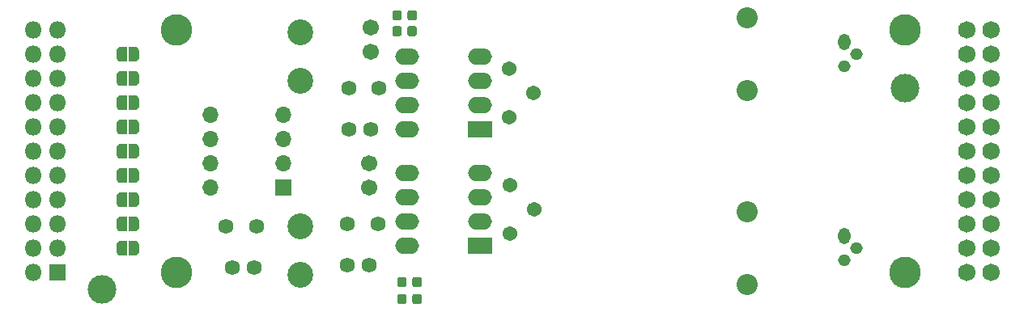
<source format=gbr>
G04 #@! TF.GenerationSoftware,KiCad,Pcbnew,(5.1.5)-3*
G04 #@! TF.CreationDate,2020-09-11T13:24:27-05:00*
G04 #@! TF.ProjectId,optical_digitizer,6f707469-6361-46c5-9f64-69676974697a,4.1*
G04 #@! TF.SameCoordinates,Original*
G04 #@! TF.FileFunction,Soldermask,Top*
G04 #@! TF.FilePolarity,Negative*
%FSLAX46Y46*%
G04 Gerber Fmt 4.6, Leading zero omitted, Abs format (unit mm)*
G04 Created by KiCad (PCBNEW (5.1.5)-3) date 2020-09-11 13:24:27*
%MOMM*%
%LPD*%
G04 APERTURE LIST*
%ADD10C,0.100000*%
%ADD11C,1.741600*%
%ADD12C,1.586600*%
%ADD13C,1.701600*%
%ADD14O,1.301600X1.301600*%
%ADD15O,1.301600X1.701600*%
%ADD16C,2.201600*%
%ADD17C,3.301600*%
%ADD18O,1.801600X1.801600*%
%ADD19R,1.801600X1.801600*%
%ADD20C,1.541600*%
%ADD21C,2.701600*%
%ADD22O,1.701600X1.701600*%
%ADD23R,1.701600X1.701600*%
%ADD24R,2.501600X1.701600*%
%ADD25O,2.501600X1.701600*%
%ADD26C,3.000000*%
G04 APERTURE END LIST*
D10*
X181338500Y-123190000D02*
G75*
G03X181338500Y-123190000I-871000J0D01*
G01*
X178798500Y-123190000D02*
G75*
G03X178798500Y-123190000I-871000J0D01*
G01*
X181338500Y-125730000D02*
G75*
G03X181338500Y-125730000I-871000J0D01*
G01*
X178798500Y-125730000D02*
G75*
G03X178798500Y-125730000I-871000J0D01*
G01*
X181338500Y-128270000D02*
G75*
G03X181338500Y-128270000I-871000J0D01*
G01*
X178798500Y-128270000D02*
G75*
G03X178798500Y-128270000I-871000J0D01*
G01*
X181338500Y-130810000D02*
G75*
G03X181338500Y-130810000I-871000J0D01*
G01*
X178798500Y-130810000D02*
G75*
G03X178798500Y-130810000I-871000J0D01*
G01*
X181338500Y-133350000D02*
G75*
G03X181338500Y-133350000I-871000J0D01*
G01*
X178798500Y-133350000D02*
G75*
G03X178798500Y-133350000I-871000J0D01*
G01*
X181338500Y-135890000D02*
G75*
G03X181338500Y-135890000I-871000J0D01*
G01*
X178798500Y-135890000D02*
G75*
G03X178798500Y-135890000I-871000J0D01*
G01*
X181338500Y-138430000D02*
G75*
G03X181338500Y-138430000I-871000J0D01*
G01*
X178798500Y-138430000D02*
G75*
G03X178798500Y-138430000I-871000J0D01*
G01*
X181338500Y-140970000D02*
G75*
G03X181338500Y-140970000I-871000J0D01*
G01*
X178798500Y-140970000D02*
G75*
G03X178798500Y-140970000I-871000J0D01*
G01*
X181338500Y-143510000D02*
G75*
G03X181338500Y-143510000I-871000J0D01*
G01*
X178798500Y-143510000D02*
G75*
G03X178798500Y-143510000I-871000J0D01*
G01*
X181338500Y-146050000D02*
G75*
G03X181338500Y-146050000I-871000J0D01*
G01*
X178798500Y-146050000D02*
G75*
G03X178798500Y-146050000I-871000J0D01*
G01*
X181338500Y-148590000D02*
G75*
G03X181338500Y-148590000I-871000J0D01*
G01*
X178798500Y-148590000D02*
G75*
G03X178798500Y-148590000I-871000J0D01*
G01*
D11*
X180467500Y-123190000D03*
X177927500Y-123190000D03*
X180467500Y-125730000D03*
X177927500Y-125730000D03*
X180467500Y-128270000D03*
X177927500Y-128270000D03*
X180467500Y-130810000D03*
X177927500Y-130810000D03*
X180467500Y-133350000D03*
X177927500Y-133350000D03*
X180467500Y-135890000D03*
X177927500Y-135890000D03*
X180467500Y-138430000D03*
X177927500Y-138430000D03*
X180467500Y-140970000D03*
X177927500Y-140970000D03*
X180467500Y-143510000D03*
X177927500Y-143510000D03*
X180467500Y-146050000D03*
X177927500Y-146050000D03*
X180467500Y-148590000D03*
X177927500Y-148590000D03*
D12*
X115570000Y-133604000D03*
X113284000Y-133604000D03*
X113284000Y-129286000D03*
X116459000Y-129286000D03*
X113157000Y-147828000D03*
X115443000Y-147828000D03*
X116332000Y-143546001D03*
X113157000Y-143546001D03*
D13*
X115570000Y-125476000D03*
X115570000Y-122976000D03*
X115443000Y-137200000D03*
X115443000Y-139700000D03*
D12*
X103378000Y-148082000D03*
X101092000Y-148082000D03*
X103632000Y-143764000D03*
X100457000Y-143764000D03*
D14*
X165100000Y-127000000D03*
X166370000Y-125730000D03*
D15*
X165100000Y-124460000D03*
D16*
X154940000Y-121920000D03*
X154940000Y-129540000D03*
X154940000Y-149860000D03*
X154940000Y-142240000D03*
D15*
X165100000Y-144780000D03*
D14*
X166370000Y-146050000D03*
X165100000Y-147320000D03*
D17*
X95250000Y-123190000D03*
X171450000Y-123190000D03*
X171450000Y-148590000D03*
X95250000Y-148590000D03*
D18*
X80264000Y-123190000D03*
X82804000Y-123190000D03*
X80264000Y-125730000D03*
X82804000Y-125730000D03*
X80264000Y-128270000D03*
X82804000Y-128270000D03*
X80264000Y-130810000D03*
X82804000Y-130810000D03*
X80264000Y-133350000D03*
X82804000Y-133350000D03*
X80264000Y-135890000D03*
X82804000Y-135890000D03*
X80264000Y-138430000D03*
X82804000Y-138430000D03*
X80264000Y-140970000D03*
X82804000Y-140970000D03*
X80264000Y-143510000D03*
X82804000Y-143510000D03*
X80264000Y-146050000D03*
X82804000Y-146050000D03*
X80264000Y-148590000D03*
D19*
X82804000Y-148590000D03*
D10*
G36*
X89513887Y-146850198D02*
G01*
X89495466Y-146850198D01*
X89490486Y-146849953D01*
X89441655Y-146845143D01*
X89436725Y-146844412D01*
X89388600Y-146834840D01*
X89383763Y-146833628D01*
X89336808Y-146819384D01*
X89332115Y-146817705D01*
X89286782Y-146798928D01*
X89282274Y-146796796D01*
X89239001Y-146773665D01*
X89234727Y-146771103D01*
X89193928Y-146743843D01*
X89189923Y-146740873D01*
X89151994Y-146709745D01*
X89148300Y-146706397D01*
X89113603Y-146671700D01*
X89110255Y-146668006D01*
X89079127Y-146630077D01*
X89076157Y-146626072D01*
X89048897Y-146585273D01*
X89046335Y-146580999D01*
X89023204Y-146537726D01*
X89021072Y-146533218D01*
X89002295Y-146487885D01*
X89000616Y-146483192D01*
X88986372Y-146436237D01*
X88985160Y-146431400D01*
X88975588Y-146383275D01*
X88974857Y-146378345D01*
X88970047Y-146329514D01*
X88969802Y-146324534D01*
X88969802Y-146306113D01*
X88969200Y-146300000D01*
X88969200Y-145800000D01*
X88969802Y-145793887D01*
X88969802Y-145775466D01*
X88970047Y-145770486D01*
X88974857Y-145721655D01*
X88975588Y-145716725D01*
X88985160Y-145668600D01*
X88986372Y-145663763D01*
X89000616Y-145616808D01*
X89002295Y-145612115D01*
X89021072Y-145566782D01*
X89023204Y-145562274D01*
X89046335Y-145519001D01*
X89048897Y-145514727D01*
X89076157Y-145473928D01*
X89079127Y-145469923D01*
X89110255Y-145431994D01*
X89113603Y-145428300D01*
X89148300Y-145393603D01*
X89151994Y-145390255D01*
X89189923Y-145359127D01*
X89193928Y-145356157D01*
X89234727Y-145328897D01*
X89239001Y-145326335D01*
X89282274Y-145303204D01*
X89286782Y-145301072D01*
X89332115Y-145282295D01*
X89336808Y-145280616D01*
X89383763Y-145266372D01*
X89388600Y-145265160D01*
X89436725Y-145255588D01*
X89441655Y-145254857D01*
X89490486Y-145250047D01*
X89495466Y-145249802D01*
X89513887Y-145249802D01*
X89520000Y-145249200D01*
X90020000Y-145249200D01*
X90029911Y-145250176D01*
X90039440Y-145253067D01*
X90048223Y-145257761D01*
X90055921Y-145264079D01*
X90062239Y-145271777D01*
X90066933Y-145280560D01*
X90069824Y-145290089D01*
X90070800Y-145300000D01*
X90070800Y-146800000D01*
X90069824Y-146809911D01*
X90066933Y-146819440D01*
X90062239Y-146828223D01*
X90055921Y-146835921D01*
X90048223Y-146842239D01*
X90039440Y-146846933D01*
X90029911Y-146849824D01*
X90020000Y-146850800D01*
X89520000Y-146850800D01*
X89513887Y-146850198D01*
G37*
G36*
X90310089Y-146849824D02*
G01*
X90300560Y-146846933D01*
X90291777Y-146842239D01*
X90284079Y-146835921D01*
X90277761Y-146828223D01*
X90273067Y-146819440D01*
X90270176Y-146809911D01*
X90269200Y-146800000D01*
X90269200Y-145300000D01*
X90270176Y-145290089D01*
X90273067Y-145280560D01*
X90277761Y-145271777D01*
X90284079Y-145264079D01*
X90291777Y-145257761D01*
X90300560Y-145253067D01*
X90310089Y-145250176D01*
X90320000Y-145249200D01*
X90820000Y-145249200D01*
X90826113Y-145249802D01*
X90844534Y-145249802D01*
X90849514Y-145250047D01*
X90898345Y-145254857D01*
X90903275Y-145255588D01*
X90951400Y-145265160D01*
X90956237Y-145266372D01*
X91003192Y-145280616D01*
X91007885Y-145282295D01*
X91053218Y-145301072D01*
X91057726Y-145303204D01*
X91100999Y-145326335D01*
X91105273Y-145328897D01*
X91146072Y-145356157D01*
X91150077Y-145359127D01*
X91188006Y-145390255D01*
X91191700Y-145393603D01*
X91226397Y-145428300D01*
X91229745Y-145431994D01*
X91260873Y-145469923D01*
X91263843Y-145473928D01*
X91291103Y-145514727D01*
X91293665Y-145519001D01*
X91316796Y-145562274D01*
X91318928Y-145566782D01*
X91337705Y-145612115D01*
X91339384Y-145616808D01*
X91353628Y-145663763D01*
X91354840Y-145668600D01*
X91364412Y-145716725D01*
X91365143Y-145721655D01*
X91369953Y-145770486D01*
X91370198Y-145775466D01*
X91370198Y-145793887D01*
X91370800Y-145800000D01*
X91370800Y-146300000D01*
X91370198Y-146306113D01*
X91370198Y-146324534D01*
X91369953Y-146329514D01*
X91365143Y-146378345D01*
X91364412Y-146383275D01*
X91354840Y-146431400D01*
X91353628Y-146436237D01*
X91339384Y-146483192D01*
X91337705Y-146487885D01*
X91318928Y-146533218D01*
X91316796Y-146537726D01*
X91293665Y-146580999D01*
X91291103Y-146585273D01*
X91263843Y-146626072D01*
X91260873Y-146630077D01*
X91229745Y-146668006D01*
X91226397Y-146671700D01*
X91191700Y-146706397D01*
X91188006Y-146709745D01*
X91150077Y-146740873D01*
X91146072Y-146743843D01*
X91105273Y-146771103D01*
X91100999Y-146773665D01*
X91057726Y-146796796D01*
X91053218Y-146798928D01*
X91007885Y-146817705D01*
X91003192Y-146819384D01*
X90956237Y-146833628D01*
X90951400Y-146834840D01*
X90903275Y-146844412D01*
X90898345Y-146845143D01*
X90849514Y-146849953D01*
X90844534Y-146850198D01*
X90826113Y-146850198D01*
X90820000Y-146850800D01*
X90320000Y-146850800D01*
X90310089Y-146849824D01*
G37*
G36*
X90310089Y-144309824D02*
G01*
X90300560Y-144306933D01*
X90291777Y-144302239D01*
X90284079Y-144295921D01*
X90277761Y-144288223D01*
X90273067Y-144279440D01*
X90270176Y-144269911D01*
X90269200Y-144260000D01*
X90269200Y-142760000D01*
X90270176Y-142750089D01*
X90273067Y-142740560D01*
X90277761Y-142731777D01*
X90284079Y-142724079D01*
X90291777Y-142717761D01*
X90300560Y-142713067D01*
X90310089Y-142710176D01*
X90320000Y-142709200D01*
X90820000Y-142709200D01*
X90826113Y-142709802D01*
X90844534Y-142709802D01*
X90849514Y-142710047D01*
X90898345Y-142714857D01*
X90903275Y-142715588D01*
X90951400Y-142725160D01*
X90956237Y-142726372D01*
X91003192Y-142740616D01*
X91007885Y-142742295D01*
X91053218Y-142761072D01*
X91057726Y-142763204D01*
X91100999Y-142786335D01*
X91105273Y-142788897D01*
X91146072Y-142816157D01*
X91150077Y-142819127D01*
X91188006Y-142850255D01*
X91191700Y-142853603D01*
X91226397Y-142888300D01*
X91229745Y-142891994D01*
X91260873Y-142929923D01*
X91263843Y-142933928D01*
X91291103Y-142974727D01*
X91293665Y-142979001D01*
X91316796Y-143022274D01*
X91318928Y-143026782D01*
X91337705Y-143072115D01*
X91339384Y-143076808D01*
X91353628Y-143123763D01*
X91354840Y-143128600D01*
X91364412Y-143176725D01*
X91365143Y-143181655D01*
X91369953Y-143230486D01*
X91370198Y-143235466D01*
X91370198Y-143253887D01*
X91370800Y-143260000D01*
X91370800Y-143760000D01*
X91370198Y-143766113D01*
X91370198Y-143784534D01*
X91369953Y-143789514D01*
X91365143Y-143838345D01*
X91364412Y-143843275D01*
X91354840Y-143891400D01*
X91353628Y-143896237D01*
X91339384Y-143943192D01*
X91337705Y-143947885D01*
X91318928Y-143993218D01*
X91316796Y-143997726D01*
X91293665Y-144040999D01*
X91291103Y-144045273D01*
X91263843Y-144086072D01*
X91260873Y-144090077D01*
X91229745Y-144128006D01*
X91226397Y-144131700D01*
X91191700Y-144166397D01*
X91188006Y-144169745D01*
X91150077Y-144200873D01*
X91146072Y-144203843D01*
X91105273Y-144231103D01*
X91100999Y-144233665D01*
X91057726Y-144256796D01*
X91053218Y-144258928D01*
X91007885Y-144277705D01*
X91003192Y-144279384D01*
X90956237Y-144293628D01*
X90951400Y-144294840D01*
X90903275Y-144304412D01*
X90898345Y-144305143D01*
X90849514Y-144309953D01*
X90844534Y-144310198D01*
X90826113Y-144310198D01*
X90820000Y-144310800D01*
X90320000Y-144310800D01*
X90310089Y-144309824D01*
G37*
G36*
X89513887Y-144310198D02*
G01*
X89495466Y-144310198D01*
X89490486Y-144309953D01*
X89441655Y-144305143D01*
X89436725Y-144304412D01*
X89388600Y-144294840D01*
X89383763Y-144293628D01*
X89336808Y-144279384D01*
X89332115Y-144277705D01*
X89286782Y-144258928D01*
X89282274Y-144256796D01*
X89239001Y-144233665D01*
X89234727Y-144231103D01*
X89193928Y-144203843D01*
X89189923Y-144200873D01*
X89151994Y-144169745D01*
X89148300Y-144166397D01*
X89113603Y-144131700D01*
X89110255Y-144128006D01*
X89079127Y-144090077D01*
X89076157Y-144086072D01*
X89048897Y-144045273D01*
X89046335Y-144040999D01*
X89023204Y-143997726D01*
X89021072Y-143993218D01*
X89002295Y-143947885D01*
X89000616Y-143943192D01*
X88986372Y-143896237D01*
X88985160Y-143891400D01*
X88975588Y-143843275D01*
X88974857Y-143838345D01*
X88970047Y-143789514D01*
X88969802Y-143784534D01*
X88969802Y-143766113D01*
X88969200Y-143760000D01*
X88969200Y-143260000D01*
X88969802Y-143253887D01*
X88969802Y-143235466D01*
X88970047Y-143230486D01*
X88974857Y-143181655D01*
X88975588Y-143176725D01*
X88985160Y-143128600D01*
X88986372Y-143123763D01*
X89000616Y-143076808D01*
X89002295Y-143072115D01*
X89021072Y-143026782D01*
X89023204Y-143022274D01*
X89046335Y-142979001D01*
X89048897Y-142974727D01*
X89076157Y-142933928D01*
X89079127Y-142929923D01*
X89110255Y-142891994D01*
X89113603Y-142888300D01*
X89148300Y-142853603D01*
X89151994Y-142850255D01*
X89189923Y-142819127D01*
X89193928Y-142816157D01*
X89234727Y-142788897D01*
X89239001Y-142786335D01*
X89282274Y-142763204D01*
X89286782Y-142761072D01*
X89332115Y-142742295D01*
X89336808Y-142740616D01*
X89383763Y-142726372D01*
X89388600Y-142725160D01*
X89436725Y-142715588D01*
X89441655Y-142714857D01*
X89490486Y-142710047D01*
X89495466Y-142709802D01*
X89513887Y-142709802D01*
X89520000Y-142709200D01*
X90020000Y-142709200D01*
X90029911Y-142710176D01*
X90039440Y-142713067D01*
X90048223Y-142717761D01*
X90055921Y-142724079D01*
X90062239Y-142731777D01*
X90066933Y-142740560D01*
X90069824Y-142750089D01*
X90070800Y-142760000D01*
X90070800Y-144260000D01*
X90069824Y-144269911D01*
X90066933Y-144279440D01*
X90062239Y-144288223D01*
X90055921Y-144295921D01*
X90048223Y-144302239D01*
X90039440Y-144306933D01*
X90029911Y-144309824D01*
X90020000Y-144310800D01*
X89520000Y-144310800D01*
X89513887Y-144310198D01*
G37*
G36*
X89513887Y-141770198D02*
G01*
X89495466Y-141770198D01*
X89490486Y-141769953D01*
X89441655Y-141765143D01*
X89436725Y-141764412D01*
X89388600Y-141754840D01*
X89383763Y-141753628D01*
X89336808Y-141739384D01*
X89332115Y-141737705D01*
X89286782Y-141718928D01*
X89282274Y-141716796D01*
X89239001Y-141693665D01*
X89234727Y-141691103D01*
X89193928Y-141663843D01*
X89189923Y-141660873D01*
X89151994Y-141629745D01*
X89148300Y-141626397D01*
X89113603Y-141591700D01*
X89110255Y-141588006D01*
X89079127Y-141550077D01*
X89076157Y-141546072D01*
X89048897Y-141505273D01*
X89046335Y-141500999D01*
X89023204Y-141457726D01*
X89021072Y-141453218D01*
X89002295Y-141407885D01*
X89000616Y-141403192D01*
X88986372Y-141356237D01*
X88985160Y-141351400D01*
X88975588Y-141303275D01*
X88974857Y-141298345D01*
X88970047Y-141249514D01*
X88969802Y-141244534D01*
X88969802Y-141226113D01*
X88969200Y-141220000D01*
X88969200Y-140720000D01*
X88969802Y-140713887D01*
X88969802Y-140695466D01*
X88970047Y-140690486D01*
X88974857Y-140641655D01*
X88975588Y-140636725D01*
X88985160Y-140588600D01*
X88986372Y-140583763D01*
X89000616Y-140536808D01*
X89002295Y-140532115D01*
X89021072Y-140486782D01*
X89023204Y-140482274D01*
X89046335Y-140439001D01*
X89048897Y-140434727D01*
X89076157Y-140393928D01*
X89079127Y-140389923D01*
X89110255Y-140351994D01*
X89113603Y-140348300D01*
X89148300Y-140313603D01*
X89151994Y-140310255D01*
X89189923Y-140279127D01*
X89193928Y-140276157D01*
X89234727Y-140248897D01*
X89239001Y-140246335D01*
X89282274Y-140223204D01*
X89286782Y-140221072D01*
X89332115Y-140202295D01*
X89336808Y-140200616D01*
X89383763Y-140186372D01*
X89388600Y-140185160D01*
X89436725Y-140175588D01*
X89441655Y-140174857D01*
X89490486Y-140170047D01*
X89495466Y-140169802D01*
X89513887Y-140169802D01*
X89520000Y-140169200D01*
X90020000Y-140169200D01*
X90029911Y-140170176D01*
X90039440Y-140173067D01*
X90048223Y-140177761D01*
X90055921Y-140184079D01*
X90062239Y-140191777D01*
X90066933Y-140200560D01*
X90069824Y-140210089D01*
X90070800Y-140220000D01*
X90070800Y-141720000D01*
X90069824Y-141729911D01*
X90066933Y-141739440D01*
X90062239Y-141748223D01*
X90055921Y-141755921D01*
X90048223Y-141762239D01*
X90039440Y-141766933D01*
X90029911Y-141769824D01*
X90020000Y-141770800D01*
X89520000Y-141770800D01*
X89513887Y-141770198D01*
G37*
G36*
X90310089Y-141769824D02*
G01*
X90300560Y-141766933D01*
X90291777Y-141762239D01*
X90284079Y-141755921D01*
X90277761Y-141748223D01*
X90273067Y-141739440D01*
X90270176Y-141729911D01*
X90269200Y-141720000D01*
X90269200Y-140220000D01*
X90270176Y-140210089D01*
X90273067Y-140200560D01*
X90277761Y-140191777D01*
X90284079Y-140184079D01*
X90291777Y-140177761D01*
X90300560Y-140173067D01*
X90310089Y-140170176D01*
X90320000Y-140169200D01*
X90820000Y-140169200D01*
X90826113Y-140169802D01*
X90844534Y-140169802D01*
X90849514Y-140170047D01*
X90898345Y-140174857D01*
X90903275Y-140175588D01*
X90951400Y-140185160D01*
X90956237Y-140186372D01*
X91003192Y-140200616D01*
X91007885Y-140202295D01*
X91053218Y-140221072D01*
X91057726Y-140223204D01*
X91100999Y-140246335D01*
X91105273Y-140248897D01*
X91146072Y-140276157D01*
X91150077Y-140279127D01*
X91188006Y-140310255D01*
X91191700Y-140313603D01*
X91226397Y-140348300D01*
X91229745Y-140351994D01*
X91260873Y-140389923D01*
X91263843Y-140393928D01*
X91291103Y-140434727D01*
X91293665Y-140439001D01*
X91316796Y-140482274D01*
X91318928Y-140486782D01*
X91337705Y-140532115D01*
X91339384Y-140536808D01*
X91353628Y-140583763D01*
X91354840Y-140588600D01*
X91364412Y-140636725D01*
X91365143Y-140641655D01*
X91369953Y-140690486D01*
X91370198Y-140695466D01*
X91370198Y-140713887D01*
X91370800Y-140720000D01*
X91370800Y-141220000D01*
X91370198Y-141226113D01*
X91370198Y-141244534D01*
X91369953Y-141249514D01*
X91365143Y-141298345D01*
X91364412Y-141303275D01*
X91354840Y-141351400D01*
X91353628Y-141356237D01*
X91339384Y-141403192D01*
X91337705Y-141407885D01*
X91318928Y-141453218D01*
X91316796Y-141457726D01*
X91293665Y-141500999D01*
X91291103Y-141505273D01*
X91263843Y-141546072D01*
X91260873Y-141550077D01*
X91229745Y-141588006D01*
X91226397Y-141591700D01*
X91191700Y-141626397D01*
X91188006Y-141629745D01*
X91150077Y-141660873D01*
X91146072Y-141663843D01*
X91105273Y-141691103D01*
X91100999Y-141693665D01*
X91057726Y-141716796D01*
X91053218Y-141718928D01*
X91007885Y-141737705D01*
X91003192Y-141739384D01*
X90956237Y-141753628D01*
X90951400Y-141754840D01*
X90903275Y-141764412D01*
X90898345Y-141765143D01*
X90849514Y-141769953D01*
X90844534Y-141770198D01*
X90826113Y-141770198D01*
X90820000Y-141770800D01*
X90320000Y-141770800D01*
X90310089Y-141769824D01*
G37*
G36*
X90310089Y-139229824D02*
G01*
X90300560Y-139226933D01*
X90291777Y-139222239D01*
X90284079Y-139215921D01*
X90277761Y-139208223D01*
X90273067Y-139199440D01*
X90270176Y-139189911D01*
X90269200Y-139180000D01*
X90269200Y-137680000D01*
X90270176Y-137670089D01*
X90273067Y-137660560D01*
X90277761Y-137651777D01*
X90284079Y-137644079D01*
X90291777Y-137637761D01*
X90300560Y-137633067D01*
X90310089Y-137630176D01*
X90320000Y-137629200D01*
X90820000Y-137629200D01*
X90826113Y-137629802D01*
X90844534Y-137629802D01*
X90849514Y-137630047D01*
X90898345Y-137634857D01*
X90903275Y-137635588D01*
X90951400Y-137645160D01*
X90956237Y-137646372D01*
X91003192Y-137660616D01*
X91007885Y-137662295D01*
X91053218Y-137681072D01*
X91057726Y-137683204D01*
X91100999Y-137706335D01*
X91105273Y-137708897D01*
X91146072Y-137736157D01*
X91150077Y-137739127D01*
X91188006Y-137770255D01*
X91191700Y-137773603D01*
X91226397Y-137808300D01*
X91229745Y-137811994D01*
X91260873Y-137849923D01*
X91263843Y-137853928D01*
X91291103Y-137894727D01*
X91293665Y-137899001D01*
X91316796Y-137942274D01*
X91318928Y-137946782D01*
X91337705Y-137992115D01*
X91339384Y-137996808D01*
X91353628Y-138043763D01*
X91354840Y-138048600D01*
X91364412Y-138096725D01*
X91365143Y-138101655D01*
X91369953Y-138150486D01*
X91370198Y-138155466D01*
X91370198Y-138173887D01*
X91370800Y-138180000D01*
X91370800Y-138680000D01*
X91370198Y-138686113D01*
X91370198Y-138704534D01*
X91369953Y-138709514D01*
X91365143Y-138758345D01*
X91364412Y-138763275D01*
X91354840Y-138811400D01*
X91353628Y-138816237D01*
X91339384Y-138863192D01*
X91337705Y-138867885D01*
X91318928Y-138913218D01*
X91316796Y-138917726D01*
X91293665Y-138960999D01*
X91291103Y-138965273D01*
X91263843Y-139006072D01*
X91260873Y-139010077D01*
X91229745Y-139048006D01*
X91226397Y-139051700D01*
X91191700Y-139086397D01*
X91188006Y-139089745D01*
X91150077Y-139120873D01*
X91146072Y-139123843D01*
X91105273Y-139151103D01*
X91100999Y-139153665D01*
X91057726Y-139176796D01*
X91053218Y-139178928D01*
X91007885Y-139197705D01*
X91003192Y-139199384D01*
X90956237Y-139213628D01*
X90951400Y-139214840D01*
X90903275Y-139224412D01*
X90898345Y-139225143D01*
X90849514Y-139229953D01*
X90844534Y-139230198D01*
X90826113Y-139230198D01*
X90820000Y-139230800D01*
X90320000Y-139230800D01*
X90310089Y-139229824D01*
G37*
G36*
X89513887Y-139230198D02*
G01*
X89495466Y-139230198D01*
X89490486Y-139229953D01*
X89441655Y-139225143D01*
X89436725Y-139224412D01*
X89388600Y-139214840D01*
X89383763Y-139213628D01*
X89336808Y-139199384D01*
X89332115Y-139197705D01*
X89286782Y-139178928D01*
X89282274Y-139176796D01*
X89239001Y-139153665D01*
X89234727Y-139151103D01*
X89193928Y-139123843D01*
X89189923Y-139120873D01*
X89151994Y-139089745D01*
X89148300Y-139086397D01*
X89113603Y-139051700D01*
X89110255Y-139048006D01*
X89079127Y-139010077D01*
X89076157Y-139006072D01*
X89048897Y-138965273D01*
X89046335Y-138960999D01*
X89023204Y-138917726D01*
X89021072Y-138913218D01*
X89002295Y-138867885D01*
X89000616Y-138863192D01*
X88986372Y-138816237D01*
X88985160Y-138811400D01*
X88975588Y-138763275D01*
X88974857Y-138758345D01*
X88970047Y-138709514D01*
X88969802Y-138704534D01*
X88969802Y-138686113D01*
X88969200Y-138680000D01*
X88969200Y-138180000D01*
X88969802Y-138173887D01*
X88969802Y-138155466D01*
X88970047Y-138150486D01*
X88974857Y-138101655D01*
X88975588Y-138096725D01*
X88985160Y-138048600D01*
X88986372Y-138043763D01*
X89000616Y-137996808D01*
X89002295Y-137992115D01*
X89021072Y-137946782D01*
X89023204Y-137942274D01*
X89046335Y-137899001D01*
X89048897Y-137894727D01*
X89076157Y-137853928D01*
X89079127Y-137849923D01*
X89110255Y-137811994D01*
X89113603Y-137808300D01*
X89148300Y-137773603D01*
X89151994Y-137770255D01*
X89189923Y-137739127D01*
X89193928Y-137736157D01*
X89234727Y-137708897D01*
X89239001Y-137706335D01*
X89282274Y-137683204D01*
X89286782Y-137681072D01*
X89332115Y-137662295D01*
X89336808Y-137660616D01*
X89383763Y-137646372D01*
X89388600Y-137645160D01*
X89436725Y-137635588D01*
X89441655Y-137634857D01*
X89490486Y-137630047D01*
X89495466Y-137629802D01*
X89513887Y-137629802D01*
X89520000Y-137629200D01*
X90020000Y-137629200D01*
X90029911Y-137630176D01*
X90039440Y-137633067D01*
X90048223Y-137637761D01*
X90055921Y-137644079D01*
X90062239Y-137651777D01*
X90066933Y-137660560D01*
X90069824Y-137670089D01*
X90070800Y-137680000D01*
X90070800Y-139180000D01*
X90069824Y-139189911D01*
X90066933Y-139199440D01*
X90062239Y-139208223D01*
X90055921Y-139215921D01*
X90048223Y-139222239D01*
X90039440Y-139226933D01*
X90029911Y-139229824D01*
X90020000Y-139230800D01*
X89520000Y-139230800D01*
X89513887Y-139230198D01*
G37*
G36*
X89513887Y-136690198D02*
G01*
X89495466Y-136690198D01*
X89490486Y-136689953D01*
X89441655Y-136685143D01*
X89436725Y-136684412D01*
X89388600Y-136674840D01*
X89383763Y-136673628D01*
X89336808Y-136659384D01*
X89332115Y-136657705D01*
X89286782Y-136638928D01*
X89282274Y-136636796D01*
X89239001Y-136613665D01*
X89234727Y-136611103D01*
X89193928Y-136583843D01*
X89189923Y-136580873D01*
X89151994Y-136549745D01*
X89148300Y-136546397D01*
X89113603Y-136511700D01*
X89110255Y-136508006D01*
X89079127Y-136470077D01*
X89076157Y-136466072D01*
X89048897Y-136425273D01*
X89046335Y-136420999D01*
X89023204Y-136377726D01*
X89021072Y-136373218D01*
X89002295Y-136327885D01*
X89000616Y-136323192D01*
X88986372Y-136276237D01*
X88985160Y-136271400D01*
X88975588Y-136223275D01*
X88974857Y-136218345D01*
X88970047Y-136169514D01*
X88969802Y-136164534D01*
X88969802Y-136146113D01*
X88969200Y-136140000D01*
X88969200Y-135640000D01*
X88969802Y-135633887D01*
X88969802Y-135615466D01*
X88970047Y-135610486D01*
X88974857Y-135561655D01*
X88975588Y-135556725D01*
X88985160Y-135508600D01*
X88986372Y-135503763D01*
X89000616Y-135456808D01*
X89002295Y-135452115D01*
X89021072Y-135406782D01*
X89023204Y-135402274D01*
X89046335Y-135359001D01*
X89048897Y-135354727D01*
X89076157Y-135313928D01*
X89079127Y-135309923D01*
X89110255Y-135271994D01*
X89113603Y-135268300D01*
X89148300Y-135233603D01*
X89151994Y-135230255D01*
X89189923Y-135199127D01*
X89193928Y-135196157D01*
X89234727Y-135168897D01*
X89239001Y-135166335D01*
X89282274Y-135143204D01*
X89286782Y-135141072D01*
X89332115Y-135122295D01*
X89336808Y-135120616D01*
X89383763Y-135106372D01*
X89388600Y-135105160D01*
X89436725Y-135095588D01*
X89441655Y-135094857D01*
X89490486Y-135090047D01*
X89495466Y-135089802D01*
X89513887Y-135089802D01*
X89520000Y-135089200D01*
X90020000Y-135089200D01*
X90029911Y-135090176D01*
X90039440Y-135093067D01*
X90048223Y-135097761D01*
X90055921Y-135104079D01*
X90062239Y-135111777D01*
X90066933Y-135120560D01*
X90069824Y-135130089D01*
X90070800Y-135140000D01*
X90070800Y-136640000D01*
X90069824Y-136649911D01*
X90066933Y-136659440D01*
X90062239Y-136668223D01*
X90055921Y-136675921D01*
X90048223Y-136682239D01*
X90039440Y-136686933D01*
X90029911Y-136689824D01*
X90020000Y-136690800D01*
X89520000Y-136690800D01*
X89513887Y-136690198D01*
G37*
G36*
X90310089Y-136689824D02*
G01*
X90300560Y-136686933D01*
X90291777Y-136682239D01*
X90284079Y-136675921D01*
X90277761Y-136668223D01*
X90273067Y-136659440D01*
X90270176Y-136649911D01*
X90269200Y-136640000D01*
X90269200Y-135140000D01*
X90270176Y-135130089D01*
X90273067Y-135120560D01*
X90277761Y-135111777D01*
X90284079Y-135104079D01*
X90291777Y-135097761D01*
X90300560Y-135093067D01*
X90310089Y-135090176D01*
X90320000Y-135089200D01*
X90820000Y-135089200D01*
X90826113Y-135089802D01*
X90844534Y-135089802D01*
X90849514Y-135090047D01*
X90898345Y-135094857D01*
X90903275Y-135095588D01*
X90951400Y-135105160D01*
X90956237Y-135106372D01*
X91003192Y-135120616D01*
X91007885Y-135122295D01*
X91053218Y-135141072D01*
X91057726Y-135143204D01*
X91100999Y-135166335D01*
X91105273Y-135168897D01*
X91146072Y-135196157D01*
X91150077Y-135199127D01*
X91188006Y-135230255D01*
X91191700Y-135233603D01*
X91226397Y-135268300D01*
X91229745Y-135271994D01*
X91260873Y-135309923D01*
X91263843Y-135313928D01*
X91291103Y-135354727D01*
X91293665Y-135359001D01*
X91316796Y-135402274D01*
X91318928Y-135406782D01*
X91337705Y-135452115D01*
X91339384Y-135456808D01*
X91353628Y-135503763D01*
X91354840Y-135508600D01*
X91364412Y-135556725D01*
X91365143Y-135561655D01*
X91369953Y-135610486D01*
X91370198Y-135615466D01*
X91370198Y-135633887D01*
X91370800Y-135640000D01*
X91370800Y-136140000D01*
X91370198Y-136146113D01*
X91370198Y-136164534D01*
X91369953Y-136169514D01*
X91365143Y-136218345D01*
X91364412Y-136223275D01*
X91354840Y-136271400D01*
X91353628Y-136276237D01*
X91339384Y-136323192D01*
X91337705Y-136327885D01*
X91318928Y-136373218D01*
X91316796Y-136377726D01*
X91293665Y-136420999D01*
X91291103Y-136425273D01*
X91263843Y-136466072D01*
X91260873Y-136470077D01*
X91229745Y-136508006D01*
X91226397Y-136511700D01*
X91191700Y-136546397D01*
X91188006Y-136549745D01*
X91150077Y-136580873D01*
X91146072Y-136583843D01*
X91105273Y-136611103D01*
X91100999Y-136613665D01*
X91057726Y-136636796D01*
X91053218Y-136638928D01*
X91007885Y-136657705D01*
X91003192Y-136659384D01*
X90956237Y-136673628D01*
X90951400Y-136674840D01*
X90903275Y-136684412D01*
X90898345Y-136685143D01*
X90849514Y-136689953D01*
X90844534Y-136690198D01*
X90826113Y-136690198D01*
X90820000Y-136690800D01*
X90320000Y-136690800D01*
X90310089Y-136689824D01*
G37*
G36*
X90310089Y-134149824D02*
G01*
X90300560Y-134146933D01*
X90291777Y-134142239D01*
X90284079Y-134135921D01*
X90277761Y-134128223D01*
X90273067Y-134119440D01*
X90270176Y-134109911D01*
X90269200Y-134100000D01*
X90269200Y-132600000D01*
X90270176Y-132590089D01*
X90273067Y-132580560D01*
X90277761Y-132571777D01*
X90284079Y-132564079D01*
X90291777Y-132557761D01*
X90300560Y-132553067D01*
X90310089Y-132550176D01*
X90320000Y-132549200D01*
X90820000Y-132549200D01*
X90826113Y-132549802D01*
X90844534Y-132549802D01*
X90849514Y-132550047D01*
X90898345Y-132554857D01*
X90903275Y-132555588D01*
X90951400Y-132565160D01*
X90956237Y-132566372D01*
X91003192Y-132580616D01*
X91007885Y-132582295D01*
X91053218Y-132601072D01*
X91057726Y-132603204D01*
X91100999Y-132626335D01*
X91105273Y-132628897D01*
X91146072Y-132656157D01*
X91150077Y-132659127D01*
X91188006Y-132690255D01*
X91191700Y-132693603D01*
X91226397Y-132728300D01*
X91229745Y-132731994D01*
X91260873Y-132769923D01*
X91263843Y-132773928D01*
X91291103Y-132814727D01*
X91293665Y-132819001D01*
X91316796Y-132862274D01*
X91318928Y-132866782D01*
X91337705Y-132912115D01*
X91339384Y-132916808D01*
X91353628Y-132963763D01*
X91354840Y-132968600D01*
X91364412Y-133016725D01*
X91365143Y-133021655D01*
X91369953Y-133070486D01*
X91370198Y-133075466D01*
X91370198Y-133093887D01*
X91370800Y-133100000D01*
X91370800Y-133600000D01*
X91370198Y-133606113D01*
X91370198Y-133624534D01*
X91369953Y-133629514D01*
X91365143Y-133678345D01*
X91364412Y-133683275D01*
X91354840Y-133731400D01*
X91353628Y-133736237D01*
X91339384Y-133783192D01*
X91337705Y-133787885D01*
X91318928Y-133833218D01*
X91316796Y-133837726D01*
X91293665Y-133880999D01*
X91291103Y-133885273D01*
X91263843Y-133926072D01*
X91260873Y-133930077D01*
X91229745Y-133968006D01*
X91226397Y-133971700D01*
X91191700Y-134006397D01*
X91188006Y-134009745D01*
X91150077Y-134040873D01*
X91146072Y-134043843D01*
X91105273Y-134071103D01*
X91100999Y-134073665D01*
X91057726Y-134096796D01*
X91053218Y-134098928D01*
X91007885Y-134117705D01*
X91003192Y-134119384D01*
X90956237Y-134133628D01*
X90951400Y-134134840D01*
X90903275Y-134144412D01*
X90898345Y-134145143D01*
X90849514Y-134149953D01*
X90844534Y-134150198D01*
X90826113Y-134150198D01*
X90820000Y-134150800D01*
X90320000Y-134150800D01*
X90310089Y-134149824D01*
G37*
G36*
X89513887Y-134150198D02*
G01*
X89495466Y-134150198D01*
X89490486Y-134149953D01*
X89441655Y-134145143D01*
X89436725Y-134144412D01*
X89388600Y-134134840D01*
X89383763Y-134133628D01*
X89336808Y-134119384D01*
X89332115Y-134117705D01*
X89286782Y-134098928D01*
X89282274Y-134096796D01*
X89239001Y-134073665D01*
X89234727Y-134071103D01*
X89193928Y-134043843D01*
X89189923Y-134040873D01*
X89151994Y-134009745D01*
X89148300Y-134006397D01*
X89113603Y-133971700D01*
X89110255Y-133968006D01*
X89079127Y-133930077D01*
X89076157Y-133926072D01*
X89048897Y-133885273D01*
X89046335Y-133880999D01*
X89023204Y-133837726D01*
X89021072Y-133833218D01*
X89002295Y-133787885D01*
X89000616Y-133783192D01*
X88986372Y-133736237D01*
X88985160Y-133731400D01*
X88975588Y-133683275D01*
X88974857Y-133678345D01*
X88970047Y-133629514D01*
X88969802Y-133624534D01*
X88969802Y-133606113D01*
X88969200Y-133600000D01*
X88969200Y-133100000D01*
X88969802Y-133093887D01*
X88969802Y-133075466D01*
X88970047Y-133070486D01*
X88974857Y-133021655D01*
X88975588Y-133016725D01*
X88985160Y-132968600D01*
X88986372Y-132963763D01*
X89000616Y-132916808D01*
X89002295Y-132912115D01*
X89021072Y-132866782D01*
X89023204Y-132862274D01*
X89046335Y-132819001D01*
X89048897Y-132814727D01*
X89076157Y-132773928D01*
X89079127Y-132769923D01*
X89110255Y-132731994D01*
X89113603Y-132728300D01*
X89148300Y-132693603D01*
X89151994Y-132690255D01*
X89189923Y-132659127D01*
X89193928Y-132656157D01*
X89234727Y-132628897D01*
X89239001Y-132626335D01*
X89282274Y-132603204D01*
X89286782Y-132601072D01*
X89332115Y-132582295D01*
X89336808Y-132580616D01*
X89383763Y-132566372D01*
X89388600Y-132565160D01*
X89436725Y-132555588D01*
X89441655Y-132554857D01*
X89490486Y-132550047D01*
X89495466Y-132549802D01*
X89513887Y-132549802D01*
X89520000Y-132549200D01*
X90020000Y-132549200D01*
X90029911Y-132550176D01*
X90039440Y-132553067D01*
X90048223Y-132557761D01*
X90055921Y-132564079D01*
X90062239Y-132571777D01*
X90066933Y-132580560D01*
X90069824Y-132590089D01*
X90070800Y-132600000D01*
X90070800Y-134100000D01*
X90069824Y-134109911D01*
X90066933Y-134119440D01*
X90062239Y-134128223D01*
X90055921Y-134135921D01*
X90048223Y-134142239D01*
X90039440Y-134146933D01*
X90029911Y-134149824D01*
X90020000Y-134150800D01*
X89520000Y-134150800D01*
X89513887Y-134150198D01*
G37*
G36*
X89513887Y-131610198D02*
G01*
X89495466Y-131610198D01*
X89490486Y-131609953D01*
X89441655Y-131605143D01*
X89436725Y-131604412D01*
X89388600Y-131594840D01*
X89383763Y-131593628D01*
X89336808Y-131579384D01*
X89332115Y-131577705D01*
X89286782Y-131558928D01*
X89282274Y-131556796D01*
X89239001Y-131533665D01*
X89234727Y-131531103D01*
X89193928Y-131503843D01*
X89189923Y-131500873D01*
X89151994Y-131469745D01*
X89148300Y-131466397D01*
X89113603Y-131431700D01*
X89110255Y-131428006D01*
X89079127Y-131390077D01*
X89076157Y-131386072D01*
X89048897Y-131345273D01*
X89046335Y-131340999D01*
X89023204Y-131297726D01*
X89021072Y-131293218D01*
X89002295Y-131247885D01*
X89000616Y-131243192D01*
X88986372Y-131196237D01*
X88985160Y-131191400D01*
X88975588Y-131143275D01*
X88974857Y-131138345D01*
X88970047Y-131089514D01*
X88969802Y-131084534D01*
X88969802Y-131066113D01*
X88969200Y-131060000D01*
X88969200Y-130560000D01*
X88969802Y-130553887D01*
X88969802Y-130535466D01*
X88970047Y-130530486D01*
X88974857Y-130481655D01*
X88975588Y-130476725D01*
X88985160Y-130428600D01*
X88986372Y-130423763D01*
X89000616Y-130376808D01*
X89002295Y-130372115D01*
X89021072Y-130326782D01*
X89023204Y-130322274D01*
X89046335Y-130279001D01*
X89048897Y-130274727D01*
X89076157Y-130233928D01*
X89079127Y-130229923D01*
X89110255Y-130191994D01*
X89113603Y-130188300D01*
X89148300Y-130153603D01*
X89151994Y-130150255D01*
X89189923Y-130119127D01*
X89193928Y-130116157D01*
X89234727Y-130088897D01*
X89239001Y-130086335D01*
X89282274Y-130063204D01*
X89286782Y-130061072D01*
X89332115Y-130042295D01*
X89336808Y-130040616D01*
X89383763Y-130026372D01*
X89388600Y-130025160D01*
X89436725Y-130015588D01*
X89441655Y-130014857D01*
X89490486Y-130010047D01*
X89495466Y-130009802D01*
X89513887Y-130009802D01*
X89520000Y-130009200D01*
X90020000Y-130009200D01*
X90029911Y-130010176D01*
X90039440Y-130013067D01*
X90048223Y-130017761D01*
X90055921Y-130024079D01*
X90062239Y-130031777D01*
X90066933Y-130040560D01*
X90069824Y-130050089D01*
X90070800Y-130060000D01*
X90070800Y-131560000D01*
X90069824Y-131569911D01*
X90066933Y-131579440D01*
X90062239Y-131588223D01*
X90055921Y-131595921D01*
X90048223Y-131602239D01*
X90039440Y-131606933D01*
X90029911Y-131609824D01*
X90020000Y-131610800D01*
X89520000Y-131610800D01*
X89513887Y-131610198D01*
G37*
G36*
X90310089Y-131609824D02*
G01*
X90300560Y-131606933D01*
X90291777Y-131602239D01*
X90284079Y-131595921D01*
X90277761Y-131588223D01*
X90273067Y-131579440D01*
X90270176Y-131569911D01*
X90269200Y-131560000D01*
X90269200Y-130060000D01*
X90270176Y-130050089D01*
X90273067Y-130040560D01*
X90277761Y-130031777D01*
X90284079Y-130024079D01*
X90291777Y-130017761D01*
X90300560Y-130013067D01*
X90310089Y-130010176D01*
X90320000Y-130009200D01*
X90820000Y-130009200D01*
X90826113Y-130009802D01*
X90844534Y-130009802D01*
X90849514Y-130010047D01*
X90898345Y-130014857D01*
X90903275Y-130015588D01*
X90951400Y-130025160D01*
X90956237Y-130026372D01*
X91003192Y-130040616D01*
X91007885Y-130042295D01*
X91053218Y-130061072D01*
X91057726Y-130063204D01*
X91100999Y-130086335D01*
X91105273Y-130088897D01*
X91146072Y-130116157D01*
X91150077Y-130119127D01*
X91188006Y-130150255D01*
X91191700Y-130153603D01*
X91226397Y-130188300D01*
X91229745Y-130191994D01*
X91260873Y-130229923D01*
X91263843Y-130233928D01*
X91291103Y-130274727D01*
X91293665Y-130279001D01*
X91316796Y-130322274D01*
X91318928Y-130326782D01*
X91337705Y-130372115D01*
X91339384Y-130376808D01*
X91353628Y-130423763D01*
X91354840Y-130428600D01*
X91364412Y-130476725D01*
X91365143Y-130481655D01*
X91369953Y-130530486D01*
X91370198Y-130535466D01*
X91370198Y-130553887D01*
X91370800Y-130560000D01*
X91370800Y-131060000D01*
X91370198Y-131066113D01*
X91370198Y-131084534D01*
X91369953Y-131089514D01*
X91365143Y-131138345D01*
X91364412Y-131143275D01*
X91354840Y-131191400D01*
X91353628Y-131196237D01*
X91339384Y-131243192D01*
X91337705Y-131247885D01*
X91318928Y-131293218D01*
X91316796Y-131297726D01*
X91293665Y-131340999D01*
X91291103Y-131345273D01*
X91263843Y-131386072D01*
X91260873Y-131390077D01*
X91229745Y-131428006D01*
X91226397Y-131431700D01*
X91191700Y-131466397D01*
X91188006Y-131469745D01*
X91150077Y-131500873D01*
X91146072Y-131503843D01*
X91105273Y-131531103D01*
X91100999Y-131533665D01*
X91057726Y-131556796D01*
X91053218Y-131558928D01*
X91007885Y-131577705D01*
X91003192Y-131579384D01*
X90956237Y-131593628D01*
X90951400Y-131594840D01*
X90903275Y-131604412D01*
X90898345Y-131605143D01*
X90849514Y-131609953D01*
X90844534Y-131610198D01*
X90826113Y-131610198D01*
X90820000Y-131610800D01*
X90320000Y-131610800D01*
X90310089Y-131609824D01*
G37*
G36*
X90310089Y-129069824D02*
G01*
X90300560Y-129066933D01*
X90291777Y-129062239D01*
X90284079Y-129055921D01*
X90277761Y-129048223D01*
X90273067Y-129039440D01*
X90270176Y-129029911D01*
X90269200Y-129020000D01*
X90269200Y-127520000D01*
X90270176Y-127510089D01*
X90273067Y-127500560D01*
X90277761Y-127491777D01*
X90284079Y-127484079D01*
X90291777Y-127477761D01*
X90300560Y-127473067D01*
X90310089Y-127470176D01*
X90320000Y-127469200D01*
X90820000Y-127469200D01*
X90826113Y-127469802D01*
X90844534Y-127469802D01*
X90849514Y-127470047D01*
X90898345Y-127474857D01*
X90903275Y-127475588D01*
X90951400Y-127485160D01*
X90956237Y-127486372D01*
X91003192Y-127500616D01*
X91007885Y-127502295D01*
X91053218Y-127521072D01*
X91057726Y-127523204D01*
X91100999Y-127546335D01*
X91105273Y-127548897D01*
X91146072Y-127576157D01*
X91150077Y-127579127D01*
X91188006Y-127610255D01*
X91191700Y-127613603D01*
X91226397Y-127648300D01*
X91229745Y-127651994D01*
X91260873Y-127689923D01*
X91263843Y-127693928D01*
X91291103Y-127734727D01*
X91293665Y-127739001D01*
X91316796Y-127782274D01*
X91318928Y-127786782D01*
X91337705Y-127832115D01*
X91339384Y-127836808D01*
X91353628Y-127883763D01*
X91354840Y-127888600D01*
X91364412Y-127936725D01*
X91365143Y-127941655D01*
X91369953Y-127990486D01*
X91370198Y-127995466D01*
X91370198Y-128013887D01*
X91370800Y-128020000D01*
X91370800Y-128520000D01*
X91370198Y-128526113D01*
X91370198Y-128544534D01*
X91369953Y-128549514D01*
X91365143Y-128598345D01*
X91364412Y-128603275D01*
X91354840Y-128651400D01*
X91353628Y-128656237D01*
X91339384Y-128703192D01*
X91337705Y-128707885D01*
X91318928Y-128753218D01*
X91316796Y-128757726D01*
X91293665Y-128800999D01*
X91291103Y-128805273D01*
X91263843Y-128846072D01*
X91260873Y-128850077D01*
X91229745Y-128888006D01*
X91226397Y-128891700D01*
X91191700Y-128926397D01*
X91188006Y-128929745D01*
X91150077Y-128960873D01*
X91146072Y-128963843D01*
X91105273Y-128991103D01*
X91100999Y-128993665D01*
X91057726Y-129016796D01*
X91053218Y-129018928D01*
X91007885Y-129037705D01*
X91003192Y-129039384D01*
X90956237Y-129053628D01*
X90951400Y-129054840D01*
X90903275Y-129064412D01*
X90898345Y-129065143D01*
X90849514Y-129069953D01*
X90844534Y-129070198D01*
X90826113Y-129070198D01*
X90820000Y-129070800D01*
X90320000Y-129070800D01*
X90310089Y-129069824D01*
G37*
G36*
X89513887Y-129070198D02*
G01*
X89495466Y-129070198D01*
X89490486Y-129069953D01*
X89441655Y-129065143D01*
X89436725Y-129064412D01*
X89388600Y-129054840D01*
X89383763Y-129053628D01*
X89336808Y-129039384D01*
X89332115Y-129037705D01*
X89286782Y-129018928D01*
X89282274Y-129016796D01*
X89239001Y-128993665D01*
X89234727Y-128991103D01*
X89193928Y-128963843D01*
X89189923Y-128960873D01*
X89151994Y-128929745D01*
X89148300Y-128926397D01*
X89113603Y-128891700D01*
X89110255Y-128888006D01*
X89079127Y-128850077D01*
X89076157Y-128846072D01*
X89048897Y-128805273D01*
X89046335Y-128800999D01*
X89023204Y-128757726D01*
X89021072Y-128753218D01*
X89002295Y-128707885D01*
X89000616Y-128703192D01*
X88986372Y-128656237D01*
X88985160Y-128651400D01*
X88975588Y-128603275D01*
X88974857Y-128598345D01*
X88970047Y-128549514D01*
X88969802Y-128544534D01*
X88969802Y-128526113D01*
X88969200Y-128520000D01*
X88969200Y-128020000D01*
X88969802Y-128013887D01*
X88969802Y-127995466D01*
X88970047Y-127990486D01*
X88974857Y-127941655D01*
X88975588Y-127936725D01*
X88985160Y-127888600D01*
X88986372Y-127883763D01*
X89000616Y-127836808D01*
X89002295Y-127832115D01*
X89021072Y-127786782D01*
X89023204Y-127782274D01*
X89046335Y-127739001D01*
X89048897Y-127734727D01*
X89076157Y-127693928D01*
X89079127Y-127689923D01*
X89110255Y-127651994D01*
X89113603Y-127648300D01*
X89148300Y-127613603D01*
X89151994Y-127610255D01*
X89189923Y-127579127D01*
X89193928Y-127576157D01*
X89234727Y-127548897D01*
X89239001Y-127546335D01*
X89282274Y-127523204D01*
X89286782Y-127521072D01*
X89332115Y-127502295D01*
X89336808Y-127500616D01*
X89383763Y-127486372D01*
X89388600Y-127485160D01*
X89436725Y-127475588D01*
X89441655Y-127474857D01*
X89490486Y-127470047D01*
X89495466Y-127469802D01*
X89513887Y-127469802D01*
X89520000Y-127469200D01*
X90020000Y-127469200D01*
X90029911Y-127470176D01*
X90039440Y-127473067D01*
X90048223Y-127477761D01*
X90055921Y-127484079D01*
X90062239Y-127491777D01*
X90066933Y-127500560D01*
X90069824Y-127510089D01*
X90070800Y-127520000D01*
X90070800Y-129020000D01*
X90069824Y-129029911D01*
X90066933Y-129039440D01*
X90062239Y-129048223D01*
X90055921Y-129055921D01*
X90048223Y-129062239D01*
X90039440Y-129066933D01*
X90029911Y-129069824D01*
X90020000Y-129070800D01*
X89520000Y-129070800D01*
X89513887Y-129070198D01*
G37*
G36*
X89513887Y-126530198D02*
G01*
X89495466Y-126530198D01*
X89490486Y-126529953D01*
X89441655Y-126525143D01*
X89436725Y-126524412D01*
X89388600Y-126514840D01*
X89383763Y-126513628D01*
X89336808Y-126499384D01*
X89332115Y-126497705D01*
X89286782Y-126478928D01*
X89282274Y-126476796D01*
X89239001Y-126453665D01*
X89234727Y-126451103D01*
X89193928Y-126423843D01*
X89189923Y-126420873D01*
X89151994Y-126389745D01*
X89148300Y-126386397D01*
X89113603Y-126351700D01*
X89110255Y-126348006D01*
X89079127Y-126310077D01*
X89076157Y-126306072D01*
X89048897Y-126265273D01*
X89046335Y-126260999D01*
X89023204Y-126217726D01*
X89021072Y-126213218D01*
X89002295Y-126167885D01*
X89000616Y-126163192D01*
X88986372Y-126116237D01*
X88985160Y-126111400D01*
X88975588Y-126063275D01*
X88974857Y-126058345D01*
X88970047Y-126009514D01*
X88969802Y-126004534D01*
X88969802Y-125986113D01*
X88969200Y-125980000D01*
X88969200Y-125480000D01*
X88969802Y-125473887D01*
X88969802Y-125455466D01*
X88970047Y-125450486D01*
X88974857Y-125401655D01*
X88975588Y-125396725D01*
X88985160Y-125348600D01*
X88986372Y-125343763D01*
X89000616Y-125296808D01*
X89002295Y-125292115D01*
X89021072Y-125246782D01*
X89023204Y-125242274D01*
X89046335Y-125199001D01*
X89048897Y-125194727D01*
X89076157Y-125153928D01*
X89079127Y-125149923D01*
X89110255Y-125111994D01*
X89113603Y-125108300D01*
X89148300Y-125073603D01*
X89151994Y-125070255D01*
X89189923Y-125039127D01*
X89193928Y-125036157D01*
X89234727Y-125008897D01*
X89239001Y-125006335D01*
X89282274Y-124983204D01*
X89286782Y-124981072D01*
X89332115Y-124962295D01*
X89336808Y-124960616D01*
X89383763Y-124946372D01*
X89388600Y-124945160D01*
X89436725Y-124935588D01*
X89441655Y-124934857D01*
X89490486Y-124930047D01*
X89495466Y-124929802D01*
X89513887Y-124929802D01*
X89520000Y-124929200D01*
X90020000Y-124929200D01*
X90029911Y-124930176D01*
X90039440Y-124933067D01*
X90048223Y-124937761D01*
X90055921Y-124944079D01*
X90062239Y-124951777D01*
X90066933Y-124960560D01*
X90069824Y-124970089D01*
X90070800Y-124980000D01*
X90070800Y-126480000D01*
X90069824Y-126489911D01*
X90066933Y-126499440D01*
X90062239Y-126508223D01*
X90055921Y-126515921D01*
X90048223Y-126522239D01*
X90039440Y-126526933D01*
X90029911Y-126529824D01*
X90020000Y-126530800D01*
X89520000Y-126530800D01*
X89513887Y-126530198D01*
G37*
G36*
X90310089Y-126529824D02*
G01*
X90300560Y-126526933D01*
X90291777Y-126522239D01*
X90284079Y-126515921D01*
X90277761Y-126508223D01*
X90273067Y-126499440D01*
X90270176Y-126489911D01*
X90269200Y-126480000D01*
X90269200Y-124980000D01*
X90270176Y-124970089D01*
X90273067Y-124960560D01*
X90277761Y-124951777D01*
X90284079Y-124944079D01*
X90291777Y-124937761D01*
X90300560Y-124933067D01*
X90310089Y-124930176D01*
X90320000Y-124929200D01*
X90820000Y-124929200D01*
X90826113Y-124929802D01*
X90844534Y-124929802D01*
X90849514Y-124930047D01*
X90898345Y-124934857D01*
X90903275Y-124935588D01*
X90951400Y-124945160D01*
X90956237Y-124946372D01*
X91003192Y-124960616D01*
X91007885Y-124962295D01*
X91053218Y-124981072D01*
X91057726Y-124983204D01*
X91100999Y-125006335D01*
X91105273Y-125008897D01*
X91146072Y-125036157D01*
X91150077Y-125039127D01*
X91188006Y-125070255D01*
X91191700Y-125073603D01*
X91226397Y-125108300D01*
X91229745Y-125111994D01*
X91260873Y-125149923D01*
X91263843Y-125153928D01*
X91291103Y-125194727D01*
X91293665Y-125199001D01*
X91316796Y-125242274D01*
X91318928Y-125246782D01*
X91337705Y-125292115D01*
X91339384Y-125296808D01*
X91353628Y-125343763D01*
X91354840Y-125348600D01*
X91364412Y-125396725D01*
X91365143Y-125401655D01*
X91369953Y-125450486D01*
X91370198Y-125455466D01*
X91370198Y-125473887D01*
X91370800Y-125480000D01*
X91370800Y-125980000D01*
X91370198Y-125986113D01*
X91370198Y-126004534D01*
X91369953Y-126009514D01*
X91365143Y-126058345D01*
X91364412Y-126063275D01*
X91354840Y-126111400D01*
X91353628Y-126116237D01*
X91339384Y-126163192D01*
X91337705Y-126167885D01*
X91318928Y-126213218D01*
X91316796Y-126217726D01*
X91293665Y-126260999D01*
X91291103Y-126265273D01*
X91263843Y-126306072D01*
X91260873Y-126310077D01*
X91229745Y-126348006D01*
X91226397Y-126351700D01*
X91191700Y-126386397D01*
X91188006Y-126389745D01*
X91150077Y-126420873D01*
X91146072Y-126423843D01*
X91105273Y-126451103D01*
X91100999Y-126453665D01*
X91057726Y-126476796D01*
X91053218Y-126478928D01*
X91007885Y-126497705D01*
X91003192Y-126499384D01*
X90956237Y-126513628D01*
X90951400Y-126514840D01*
X90903275Y-126524412D01*
X90898345Y-126525143D01*
X90849514Y-126529953D01*
X90844534Y-126530198D01*
X90826113Y-126530198D01*
X90820000Y-126530800D01*
X90320000Y-126530800D01*
X90310089Y-126529824D01*
G37*
D20*
X130048000Y-127254000D03*
X132588000Y-129794000D03*
X130048000Y-132334000D03*
X130175000Y-144526000D03*
X132715000Y-141986000D03*
X130175000Y-139446000D03*
D21*
X108204000Y-123444000D03*
X108204000Y-148844000D03*
X108204000Y-143764000D03*
X108204000Y-128524000D03*
D22*
X98806000Y-139700000D03*
X106426000Y-132080000D03*
X98806000Y-137160000D03*
X106426000Y-134620000D03*
X98806000Y-134620000D03*
X106426000Y-137160000D03*
X98806000Y-132080000D03*
D23*
X106426000Y-139700000D03*
D10*
G36*
X118606581Y-122792376D02*
G01*
X118630281Y-122795891D01*
X118653523Y-122801713D01*
X118676082Y-122809785D01*
X118697742Y-122820029D01*
X118718292Y-122832347D01*
X118737537Y-122846619D01*
X118755290Y-122862710D01*
X118771381Y-122880463D01*
X118785653Y-122899708D01*
X118797971Y-122920258D01*
X118808215Y-122941918D01*
X118816287Y-122964477D01*
X118822109Y-122987719D01*
X118825624Y-123011419D01*
X118826800Y-123035350D01*
X118826800Y-123598650D01*
X118825624Y-123622581D01*
X118822109Y-123646281D01*
X118816287Y-123669523D01*
X118808215Y-123692082D01*
X118797971Y-123713742D01*
X118785653Y-123734292D01*
X118771381Y-123753537D01*
X118755290Y-123771290D01*
X118737537Y-123787381D01*
X118718292Y-123801653D01*
X118697742Y-123813971D01*
X118676082Y-123824215D01*
X118653523Y-123832287D01*
X118630281Y-123838109D01*
X118606581Y-123841624D01*
X118582650Y-123842800D01*
X118094350Y-123842800D01*
X118070419Y-123841624D01*
X118046719Y-123838109D01*
X118023477Y-123832287D01*
X118000918Y-123824215D01*
X117979258Y-123813971D01*
X117958708Y-123801653D01*
X117939463Y-123787381D01*
X117921710Y-123771290D01*
X117905619Y-123753537D01*
X117891347Y-123734292D01*
X117879029Y-123713742D01*
X117868785Y-123692082D01*
X117860713Y-123669523D01*
X117854891Y-123646281D01*
X117851376Y-123622581D01*
X117850200Y-123598650D01*
X117850200Y-123035350D01*
X117851376Y-123011419D01*
X117854891Y-122987719D01*
X117860713Y-122964477D01*
X117868785Y-122941918D01*
X117879029Y-122920258D01*
X117891347Y-122899708D01*
X117905619Y-122880463D01*
X117921710Y-122862710D01*
X117939463Y-122846619D01*
X117958708Y-122832347D01*
X117979258Y-122820029D01*
X118000918Y-122809785D01*
X118023477Y-122801713D01*
X118046719Y-122795891D01*
X118070419Y-122792376D01*
X118094350Y-122791200D01*
X118582650Y-122791200D01*
X118606581Y-122792376D01*
G37*
G36*
X120181581Y-122792376D02*
G01*
X120205281Y-122795891D01*
X120228523Y-122801713D01*
X120251082Y-122809785D01*
X120272742Y-122820029D01*
X120293292Y-122832347D01*
X120312537Y-122846619D01*
X120330290Y-122862710D01*
X120346381Y-122880463D01*
X120360653Y-122899708D01*
X120372971Y-122920258D01*
X120383215Y-122941918D01*
X120391287Y-122964477D01*
X120397109Y-122987719D01*
X120400624Y-123011419D01*
X120401800Y-123035350D01*
X120401800Y-123598650D01*
X120400624Y-123622581D01*
X120397109Y-123646281D01*
X120391287Y-123669523D01*
X120383215Y-123692082D01*
X120372971Y-123713742D01*
X120360653Y-123734292D01*
X120346381Y-123753537D01*
X120330290Y-123771290D01*
X120312537Y-123787381D01*
X120293292Y-123801653D01*
X120272742Y-123813971D01*
X120251082Y-123824215D01*
X120228523Y-123832287D01*
X120205281Y-123838109D01*
X120181581Y-123841624D01*
X120157650Y-123842800D01*
X119669350Y-123842800D01*
X119645419Y-123841624D01*
X119621719Y-123838109D01*
X119598477Y-123832287D01*
X119575918Y-123824215D01*
X119554258Y-123813971D01*
X119533708Y-123801653D01*
X119514463Y-123787381D01*
X119496710Y-123771290D01*
X119480619Y-123753537D01*
X119466347Y-123734292D01*
X119454029Y-123713742D01*
X119443785Y-123692082D01*
X119435713Y-123669523D01*
X119429891Y-123646281D01*
X119426376Y-123622581D01*
X119425200Y-123598650D01*
X119425200Y-123035350D01*
X119426376Y-123011419D01*
X119429891Y-122987719D01*
X119435713Y-122964477D01*
X119443785Y-122941918D01*
X119454029Y-122920258D01*
X119466347Y-122899708D01*
X119480619Y-122880463D01*
X119496710Y-122862710D01*
X119514463Y-122846619D01*
X119533708Y-122832347D01*
X119554258Y-122820029D01*
X119575918Y-122809785D01*
X119598477Y-122801713D01*
X119621719Y-122795891D01*
X119645419Y-122792376D01*
X119669350Y-122791200D01*
X120157650Y-122791200D01*
X120181581Y-122792376D01*
G37*
G36*
X118606581Y-121141376D02*
G01*
X118630281Y-121144891D01*
X118653523Y-121150713D01*
X118676082Y-121158785D01*
X118697742Y-121169029D01*
X118718292Y-121181347D01*
X118737537Y-121195619D01*
X118755290Y-121211710D01*
X118771381Y-121229463D01*
X118785653Y-121248708D01*
X118797971Y-121269258D01*
X118808215Y-121290918D01*
X118816287Y-121313477D01*
X118822109Y-121336719D01*
X118825624Y-121360419D01*
X118826800Y-121384350D01*
X118826800Y-121947650D01*
X118825624Y-121971581D01*
X118822109Y-121995281D01*
X118816287Y-122018523D01*
X118808215Y-122041082D01*
X118797971Y-122062742D01*
X118785653Y-122083292D01*
X118771381Y-122102537D01*
X118755290Y-122120290D01*
X118737537Y-122136381D01*
X118718292Y-122150653D01*
X118697742Y-122162971D01*
X118676082Y-122173215D01*
X118653523Y-122181287D01*
X118630281Y-122187109D01*
X118606581Y-122190624D01*
X118582650Y-122191800D01*
X118094350Y-122191800D01*
X118070419Y-122190624D01*
X118046719Y-122187109D01*
X118023477Y-122181287D01*
X118000918Y-122173215D01*
X117979258Y-122162971D01*
X117958708Y-122150653D01*
X117939463Y-122136381D01*
X117921710Y-122120290D01*
X117905619Y-122102537D01*
X117891347Y-122083292D01*
X117879029Y-122062742D01*
X117868785Y-122041082D01*
X117860713Y-122018523D01*
X117854891Y-121995281D01*
X117851376Y-121971581D01*
X117850200Y-121947650D01*
X117850200Y-121384350D01*
X117851376Y-121360419D01*
X117854891Y-121336719D01*
X117860713Y-121313477D01*
X117868785Y-121290918D01*
X117879029Y-121269258D01*
X117891347Y-121248708D01*
X117905619Y-121229463D01*
X117921710Y-121211710D01*
X117939463Y-121195619D01*
X117958708Y-121181347D01*
X117979258Y-121169029D01*
X118000918Y-121158785D01*
X118023477Y-121150713D01*
X118046719Y-121144891D01*
X118070419Y-121141376D01*
X118094350Y-121140200D01*
X118582650Y-121140200D01*
X118606581Y-121141376D01*
G37*
G36*
X120181581Y-121141376D02*
G01*
X120205281Y-121144891D01*
X120228523Y-121150713D01*
X120251082Y-121158785D01*
X120272742Y-121169029D01*
X120293292Y-121181347D01*
X120312537Y-121195619D01*
X120330290Y-121211710D01*
X120346381Y-121229463D01*
X120360653Y-121248708D01*
X120372971Y-121269258D01*
X120383215Y-121290918D01*
X120391287Y-121313477D01*
X120397109Y-121336719D01*
X120400624Y-121360419D01*
X120401800Y-121384350D01*
X120401800Y-121947650D01*
X120400624Y-121971581D01*
X120397109Y-121995281D01*
X120391287Y-122018523D01*
X120383215Y-122041082D01*
X120372971Y-122062742D01*
X120360653Y-122083292D01*
X120346381Y-122102537D01*
X120330290Y-122120290D01*
X120312537Y-122136381D01*
X120293292Y-122150653D01*
X120272742Y-122162971D01*
X120251082Y-122173215D01*
X120228523Y-122181287D01*
X120205281Y-122187109D01*
X120181581Y-122190624D01*
X120157650Y-122191800D01*
X119669350Y-122191800D01*
X119645419Y-122190624D01*
X119621719Y-122187109D01*
X119598477Y-122181287D01*
X119575918Y-122173215D01*
X119554258Y-122162971D01*
X119533708Y-122150653D01*
X119514463Y-122136381D01*
X119496710Y-122120290D01*
X119480619Y-122102537D01*
X119466347Y-122083292D01*
X119454029Y-122062742D01*
X119443785Y-122041082D01*
X119435713Y-122018523D01*
X119429891Y-121995281D01*
X119426376Y-121971581D01*
X119425200Y-121947650D01*
X119425200Y-121384350D01*
X119426376Y-121360419D01*
X119429891Y-121336719D01*
X119435713Y-121313477D01*
X119443785Y-121290918D01*
X119454029Y-121269258D01*
X119466347Y-121248708D01*
X119480619Y-121229463D01*
X119496710Y-121211710D01*
X119514463Y-121195619D01*
X119533708Y-121181347D01*
X119554258Y-121169029D01*
X119575918Y-121158785D01*
X119598477Y-121150713D01*
X119621719Y-121144891D01*
X119645419Y-121141376D01*
X119669350Y-121140200D01*
X120157650Y-121140200D01*
X120181581Y-121141376D01*
G37*
G36*
X119114581Y-149081376D02*
G01*
X119138281Y-149084891D01*
X119161523Y-149090713D01*
X119184082Y-149098785D01*
X119205742Y-149109029D01*
X119226292Y-149121347D01*
X119245537Y-149135619D01*
X119263290Y-149151710D01*
X119279381Y-149169463D01*
X119293653Y-149188708D01*
X119305971Y-149209258D01*
X119316215Y-149230918D01*
X119324287Y-149253477D01*
X119330109Y-149276719D01*
X119333624Y-149300419D01*
X119334800Y-149324350D01*
X119334800Y-149887650D01*
X119333624Y-149911581D01*
X119330109Y-149935281D01*
X119324287Y-149958523D01*
X119316215Y-149981082D01*
X119305971Y-150002742D01*
X119293653Y-150023292D01*
X119279381Y-150042537D01*
X119263290Y-150060290D01*
X119245537Y-150076381D01*
X119226292Y-150090653D01*
X119205742Y-150102971D01*
X119184082Y-150113215D01*
X119161523Y-150121287D01*
X119138281Y-150127109D01*
X119114581Y-150130624D01*
X119090650Y-150131800D01*
X118602350Y-150131800D01*
X118578419Y-150130624D01*
X118554719Y-150127109D01*
X118531477Y-150121287D01*
X118508918Y-150113215D01*
X118487258Y-150102971D01*
X118466708Y-150090653D01*
X118447463Y-150076381D01*
X118429710Y-150060290D01*
X118413619Y-150042537D01*
X118399347Y-150023292D01*
X118387029Y-150002742D01*
X118376785Y-149981082D01*
X118368713Y-149958523D01*
X118362891Y-149935281D01*
X118359376Y-149911581D01*
X118358200Y-149887650D01*
X118358200Y-149324350D01*
X118359376Y-149300419D01*
X118362891Y-149276719D01*
X118368713Y-149253477D01*
X118376785Y-149230918D01*
X118387029Y-149209258D01*
X118399347Y-149188708D01*
X118413619Y-149169463D01*
X118429710Y-149151710D01*
X118447463Y-149135619D01*
X118466708Y-149121347D01*
X118487258Y-149109029D01*
X118508918Y-149098785D01*
X118531477Y-149090713D01*
X118554719Y-149084891D01*
X118578419Y-149081376D01*
X118602350Y-149080200D01*
X119090650Y-149080200D01*
X119114581Y-149081376D01*
G37*
G36*
X120689581Y-149081376D02*
G01*
X120713281Y-149084891D01*
X120736523Y-149090713D01*
X120759082Y-149098785D01*
X120780742Y-149109029D01*
X120801292Y-149121347D01*
X120820537Y-149135619D01*
X120838290Y-149151710D01*
X120854381Y-149169463D01*
X120868653Y-149188708D01*
X120880971Y-149209258D01*
X120891215Y-149230918D01*
X120899287Y-149253477D01*
X120905109Y-149276719D01*
X120908624Y-149300419D01*
X120909800Y-149324350D01*
X120909800Y-149887650D01*
X120908624Y-149911581D01*
X120905109Y-149935281D01*
X120899287Y-149958523D01*
X120891215Y-149981082D01*
X120880971Y-150002742D01*
X120868653Y-150023292D01*
X120854381Y-150042537D01*
X120838290Y-150060290D01*
X120820537Y-150076381D01*
X120801292Y-150090653D01*
X120780742Y-150102971D01*
X120759082Y-150113215D01*
X120736523Y-150121287D01*
X120713281Y-150127109D01*
X120689581Y-150130624D01*
X120665650Y-150131800D01*
X120177350Y-150131800D01*
X120153419Y-150130624D01*
X120129719Y-150127109D01*
X120106477Y-150121287D01*
X120083918Y-150113215D01*
X120062258Y-150102971D01*
X120041708Y-150090653D01*
X120022463Y-150076381D01*
X120004710Y-150060290D01*
X119988619Y-150042537D01*
X119974347Y-150023292D01*
X119962029Y-150002742D01*
X119951785Y-149981082D01*
X119943713Y-149958523D01*
X119937891Y-149935281D01*
X119934376Y-149911581D01*
X119933200Y-149887650D01*
X119933200Y-149324350D01*
X119934376Y-149300419D01*
X119937891Y-149276719D01*
X119943713Y-149253477D01*
X119951785Y-149230918D01*
X119962029Y-149209258D01*
X119974347Y-149188708D01*
X119988619Y-149169463D01*
X120004710Y-149151710D01*
X120022463Y-149135619D01*
X120041708Y-149121347D01*
X120062258Y-149109029D01*
X120083918Y-149098785D01*
X120106477Y-149090713D01*
X120129719Y-149084891D01*
X120153419Y-149081376D01*
X120177350Y-149080200D01*
X120665650Y-149080200D01*
X120689581Y-149081376D01*
G37*
G36*
X119114581Y-150859376D02*
G01*
X119138281Y-150862891D01*
X119161523Y-150868713D01*
X119184082Y-150876785D01*
X119205742Y-150887029D01*
X119226292Y-150899347D01*
X119245537Y-150913619D01*
X119263290Y-150929710D01*
X119279381Y-150947463D01*
X119293653Y-150966708D01*
X119305971Y-150987258D01*
X119316215Y-151008918D01*
X119324287Y-151031477D01*
X119330109Y-151054719D01*
X119333624Y-151078419D01*
X119334800Y-151102350D01*
X119334800Y-151665650D01*
X119333624Y-151689581D01*
X119330109Y-151713281D01*
X119324287Y-151736523D01*
X119316215Y-151759082D01*
X119305971Y-151780742D01*
X119293653Y-151801292D01*
X119279381Y-151820537D01*
X119263290Y-151838290D01*
X119245537Y-151854381D01*
X119226292Y-151868653D01*
X119205742Y-151880971D01*
X119184082Y-151891215D01*
X119161523Y-151899287D01*
X119138281Y-151905109D01*
X119114581Y-151908624D01*
X119090650Y-151909800D01*
X118602350Y-151909800D01*
X118578419Y-151908624D01*
X118554719Y-151905109D01*
X118531477Y-151899287D01*
X118508918Y-151891215D01*
X118487258Y-151880971D01*
X118466708Y-151868653D01*
X118447463Y-151854381D01*
X118429710Y-151838290D01*
X118413619Y-151820537D01*
X118399347Y-151801292D01*
X118387029Y-151780742D01*
X118376785Y-151759082D01*
X118368713Y-151736523D01*
X118362891Y-151713281D01*
X118359376Y-151689581D01*
X118358200Y-151665650D01*
X118358200Y-151102350D01*
X118359376Y-151078419D01*
X118362891Y-151054719D01*
X118368713Y-151031477D01*
X118376785Y-151008918D01*
X118387029Y-150987258D01*
X118399347Y-150966708D01*
X118413619Y-150947463D01*
X118429710Y-150929710D01*
X118447463Y-150913619D01*
X118466708Y-150899347D01*
X118487258Y-150887029D01*
X118508918Y-150876785D01*
X118531477Y-150868713D01*
X118554719Y-150862891D01*
X118578419Y-150859376D01*
X118602350Y-150858200D01*
X119090650Y-150858200D01*
X119114581Y-150859376D01*
G37*
G36*
X120689581Y-150859376D02*
G01*
X120713281Y-150862891D01*
X120736523Y-150868713D01*
X120759082Y-150876785D01*
X120780742Y-150887029D01*
X120801292Y-150899347D01*
X120820537Y-150913619D01*
X120838290Y-150929710D01*
X120854381Y-150947463D01*
X120868653Y-150966708D01*
X120880971Y-150987258D01*
X120891215Y-151008918D01*
X120899287Y-151031477D01*
X120905109Y-151054719D01*
X120908624Y-151078419D01*
X120909800Y-151102350D01*
X120909800Y-151665650D01*
X120908624Y-151689581D01*
X120905109Y-151713281D01*
X120899287Y-151736523D01*
X120891215Y-151759082D01*
X120880971Y-151780742D01*
X120868653Y-151801292D01*
X120854381Y-151820537D01*
X120838290Y-151838290D01*
X120820537Y-151854381D01*
X120801292Y-151868653D01*
X120780742Y-151880971D01*
X120759082Y-151891215D01*
X120736523Y-151899287D01*
X120713281Y-151905109D01*
X120689581Y-151908624D01*
X120665650Y-151909800D01*
X120177350Y-151909800D01*
X120153419Y-151908624D01*
X120129719Y-151905109D01*
X120106477Y-151899287D01*
X120083918Y-151891215D01*
X120062258Y-151880971D01*
X120041708Y-151868653D01*
X120022463Y-151854381D01*
X120004710Y-151838290D01*
X119988619Y-151820537D01*
X119974347Y-151801292D01*
X119962029Y-151780742D01*
X119951785Y-151759082D01*
X119943713Y-151736523D01*
X119937891Y-151713281D01*
X119934376Y-151689581D01*
X119933200Y-151665650D01*
X119933200Y-151102350D01*
X119934376Y-151078419D01*
X119937891Y-151054719D01*
X119943713Y-151031477D01*
X119951785Y-151008918D01*
X119962029Y-150987258D01*
X119974347Y-150966708D01*
X119988619Y-150947463D01*
X120004710Y-150929710D01*
X120022463Y-150913619D01*
X120041708Y-150899347D01*
X120062258Y-150887029D01*
X120083918Y-150876785D01*
X120106477Y-150868713D01*
X120129719Y-150862891D01*
X120153419Y-150859376D01*
X120177350Y-150858200D01*
X120665650Y-150858200D01*
X120689581Y-150859376D01*
G37*
D24*
X127000000Y-133604000D03*
D25*
X119380000Y-125984000D03*
X127000000Y-131064000D03*
X119380000Y-128524000D03*
X127000000Y-128524000D03*
X119380000Y-131064000D03*
X127000000Y-125984000D03*
X119380000Y-133604000D03*
X119380000Y-145796000D03*
X127000000Y-138176000D03*
X119380000Y-143256000D03*
X127000000Y-140716000D03*
X119380000Y-140716000D03*
X127000000Y-143256000D03*
X119380000Y-138176000D03*
D24*
X127000000Y-145796000D03*
D26*
X87503000Y-150368000D03*
X171450000Y-129286000D03*
M02*

</source>
